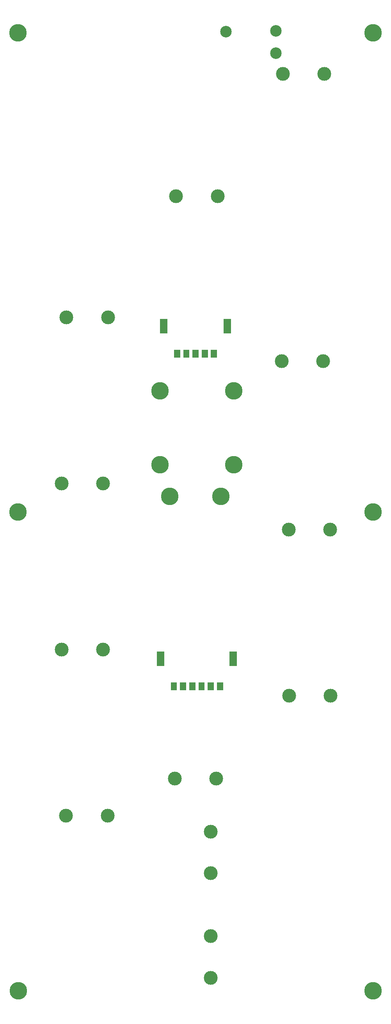
<source format=gbs>
%TF.GenerationSoftware,KiCad,Pcbnew,9.0.1*%
%TF.CreationDate,2025-04-06T17:11:13-07:00*%
%TF.ProjectId,Stationary_X_Panel,53746174-696f-46e6-9172-795f585f5061,1.6*%
%TF.SameCoordinates,Original*%
%TF.FileFunction,Soldermask,Bot*%
%TF.FilePolarity,Negative*%
%FSLAX46Y46*%
G04 Gerber Fmt 4.6, Leading zero omitted, Abs format (unit mm)*
G04 Created by KiCad (PCBNEW 9.0.1) date 2025-04-06 17:11:13*
%MOMM*%
%LPD*%
G01*
G04 APERTURE LIST*
%ADD10C,0.010000*%
%ADD11C,2.600000*%
%ADD12C,3.800000*%
%ADD13C,3.000000*%
%ADD14C,2.500000*%
G04 APERTURE END LIST*
D10*
%TO.C,J3*%
X64556200Y-89001200D02*
X63053800Y-89001200D01*
X63053800Y-85948800D01*
X64556200Y-85948800D01*
X64556200Y-89001200D01*
G36*
X64556200Y-89001200D02*
G01*
X63053800Y-89001200D01*
X63053800Y-85948800D01*
X64556200Y-85948800D01*
X64556200Y-89001200D01*
G37*
X67326200Y-94251200D02*
X66073800Y-94251200D01*
X66073800Y-92648800D01*
X67326200Y-92648800D01*
X67326200Y-94251200D01*
G36*
X67326200Y-94251200D02*
G01*
X66073800Y-94251200D01*
X66073800Y-92648800D01*
X67326200Y-92648800D01*
X67326200Y-94251200D01*
G37*
X69326200Y-94251200D02*
X68073800Y-94251200D01*
X68073800Y-92648800D01*
X69326200Y-92648800D01*
X69326200Y-94251200D01*
G36*
X69326200Y-94251200D02*
G01*
X68073800Y-94251200D01*
X68073800Y-92648800D01*
X69326200Y-92648800D01*
X69326200Y-94251200D01*
G37*
X71326200Y-94251200D02*
X70073800Y-94251200D01*
X70073800Y-92648800D01*
X71326200Y-92648800D01*
X71326200Y-94251200D01*
G36*
X71326200Y-94251200D02*
G01*
X70073800Y-94251200D01*
X70073800Y-92648800D01*
X71326200Y-92648800D01*
X71326200Y-94251200D01*
G37*
X73326200Y-94251200D02*
X72073800Y-94251200D01*
X72073800Y-92648800D01*
X73326200Y-92648800D01*
X73326200Y-94251200D01*
G36*
X73326200Y-94251200D02*
G01*
X72073800Y-94251200D01*
X72073800Y-92648800D01*
X73326200Y-92648800D01*
X73326200Y-94251200D01*
G37*
X75326200Y-94251200D02*
X74073800Y-94251200D01*
X74073800Y-92648800D01*
X75326200Y-92648800D01*
X75326200Y-94251200D01*
G36*
X75326200Y-94251200D02*
G01*
X74073800Y-94251200D01*
X74073800Y-92648800D01*
X75326200Y-92648800D01*
X75326200Y-94251200D01*
G37*
X78346200Y-89001200D02*
X76843800Y-89001200D01*
X76843800Y-85948800D01*
X78346200Y-85948800D01*
X78346200Y-89001200D01*
G36*
X78346200Y-89001200D02*
G01*
X76843800Y-89001200D01*
X76843800Y-85948800D01*
X78346200Y-85948800D01*
X78346200Y-89001200D01*
G37*
%TO.C,J1*%
X63856200Y-161051200D02*
X62353800Y-161051200D01*
X62353800Y-157998800D01*
X63856200Y-157998800D01*
X63856200Y-161051200D01*
G36*
X63856200Y-161051200D02*
G01*
X62353800Y-161051200D01*
X62353800Y-157998800D01*
X63856200Y-157998800D01*
X63856200Y-161051200D01*
G37*
X66626200Y-166301200D02*
X65373800Y-166301200D01*
X65373800Y-164698800D01*
X66626200Y-164698800D01*
X66626200Y-166301200D01*
G36*
X66626200Y-166301200D02*
G01*
X65373800Y-166301200D01*
X65373800Y-164698800D01*
X66626200Y-164698800D01*
X66626200Y-166301200D01*
G37*
X68626200Y-166301200D02*
X67373800Y-166301200D01*
X67373800Y-164698800D01*
X68626200Y-164698800D01*
X68626200Y-166301200D01*
G36*
X68626200Y-166301200D02*
G01*
X67373800Y-166301200D01*
X67373800Y-164698800D01*
X68626200Y-164698800D01*
X68626200Y-166301200D01*
G37*
X70626200Y-166301200D02*
X69373800Y-166301200D01*
X69373800Y-164698800D01*
X70626200Y-164698800D01*
X70626200Y-166301200D01*
G36*
X70626200Y-166301200D02*
G01*
X69373800Y-166301200D01*
X69373800Y-164698800D01*
X70626200Y-164698800D01*
X70626200Y-166301200D01*
G37*
X72626200Y-166301200D02*
X71373800Y-166301200D01*
X71373800Y-164698800D01*
X72626200Y-164698800D01*
X72626200Y-166301200D01*
G36*
X72626200Y-166301200D02*
G01*
X71373800Y-166301200D01*
X71373800Y-164698800D01*
X72626200Y-164698800D01*
X72626200Y-166301200D01*
G37*
X74626200Y-166301200D02*
X73373800Y-166301200D01*
X73373800Y-164698800D01*
X74626200Y-164698800D01*
X74626200Y-166301200D01*
G36*
X74626200Y-166301200D02*
G01*
X73373800Y-166301200D01*
X73373800Y-164698800D01*
X74626200Y-164698800D01*
X74626200Y-166301200D01*
G37*
X76626200Y-166301200D02*
X75373800Y-166301200D01*
X75373800Y-164698800D01*
X76626200Y-164698800D01*
X76626200Y-166301200D01*
G36*
X76626200Y-166301200D02*
G01*
X75373800Y-166301200D01*
X75373800Y-164698800D01*
X76626200Y-164698800D01*
X76626200Y-166301200D01*
G37*
X79646200Y-161051200D02*
X78143800Y-161051200D01*
X78143800Y-157998800D01*
X79646200Y-157998800D01*
X79646200Y-161051200D01*
G36*
X79646200Y-161051200D02*
G01*
X78143800Y-161051200D01*
X78143800Y-157998800D01*
X79646200Y-157998800D01*
X79646200Y-161051200D01*
G37*
%TD*%
D11*
%TO.C,H12*%
X109240000Y-127760000D03*
D12*
X109240000Y-127760000D03*
%TD*%
D13*
%TO.C,SC8*%
X98450000Y-95070000D03*
X89450000Y-95070000D03*
%TD*%
%TO.C,SC2*%
X51750000Y-85595000D03*
X42750000Y-85595000D03*
%TD*%
D11*
%TO.C,H8*%
X32260000Y-231510000D03*
D12*
X32260000Y-231510000D03*
%TD*%
D13*
%TO.C,SC1*%
X66525000Y-59345000D03*
X75525000Y-59345000D03*
%TD*%
%TO.C,SC12*%
X74080000Y-206030000D03*
X74080000Y-197030000D03*
%TD*%
%TO.C,SC11*%
X75240000Y-185520000D03*
X66240000Y-185520000D03*
%TD*%
%TO.C,SC9*%
X99970000Y-131590000D03*
X90970000Y-131590000D03*
%TD*%
D11*
%TO.C,H9*%
X32240000Y-127750000D03*
D12*
X32240000Y-127750000D03*
%TD*%
D11*
%TO.C,H3*%
X63000000Y-117500000D03*
D12*
X63000000Y-117500000D03*
%TD*%
D13*
%TO.C,SC7*%
X89665000Y-32845000D03*
X98665000Y-32845000D03*
%TD*%
D11*
%TO.C,H10*%
X32250000Y-24010000D03*
D12*
X32250000Y-24010000D03*
%TD*%
D11*
%TO.C,H2*%
X76265000Y-124425000D03*
D12*
X76265000Y-124425000D03*
%TD*%
D13*
%TO.C,SC6*%
X74080000Y-228670000D03*
X74080000Y-219670000D03*
%TD*%
D11*
%TO.C,H5*%
X63000000Y-101500000D03*
D12*
X63000000Y-101500000D03*
%TD*%
D13*
%TO.C,SC5*%
X51665000Y-193595000D03*
X42665000Y-193595000D03*
%TD*%
D11*
%TO.C,H7*%
X109240000Y-231500000D03*
D12*
X109240000Y-231500000D03*
%TD*%
D11*
%TO.C,H4*%
X79000000Y-117500000D03*
D12*
X79000000Y-117500000D03*
%TD*%
D11*
%TO.C,H11*%
X109260000Y-24000000D03*
D12*
X109260000Y-24000000D03*
%TD*%
D13*
%TO.C,SC4*%
X50665000Y-157595000D03*
X41665000Y-157595000D03*
%TD*%
%TO.C,SC3*%
X50680000Y-121595000D03*
X41680000Y-121595000D03*
%TD*%
%TO.C,SC10*%
X100020000Y-167610000D03*
X91020000Y-167610000D03*
%TD*%
D11*
%TO.C,H6*%
X79000000Y-101500000D03*
D12*
X79000000Y-101500000D03*
%TD*%
D11*
%TO.C,H1*%
X65165000Y-124425000D03*
D12*
X65165000Y-124425000D03*
%TD*%
D14*
%TO.C,TP1*%
X88165000Y-23595000D03*
%TD*%
%TO.C,TP3*%
X77365000Y-23695000D03*
%TD*%
%TO.C,TP2*%
X88165000Y-28345000D03*
%TD*%
M02*

</source>
